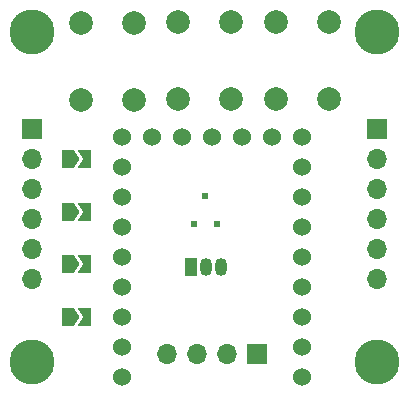
<source format=gbr>
%TF.GenerationSoftware,KiCad,Pcbnew,(6.0.7)*%
%TF.CreationDate,2022-09-06T06:54:50-05:00*%
%TF.ProjectId,OpenMuscle2,4f70656e-4d75-4736-936c-65322e6b6963,rev?*%
%TF.SameCoordinates,Original*%
%TF.FileFunction,Soldermask,Top*%
%TF.FilePolarity,Negative*%
%FSLAX46Y46*%
G04 Gerber Fmt 4.6, Leading zero omitted, Abs format (unit mm)*
G04 Created by KiCad (PCBNEW (6.0.7)) date 2022-09-06 06:54:50*
%MOMM*%
%LPD*%
G01*
G04 APERTURE LIST*
G04 Aperture macros list*
%AMFreePoly0*
4,1,6,1.000000,0.000000,0.500000,-0.750000,-0.500000,-0.750000,-0.500000,0.750000,0.500000,0.750000,1.000000,0.000000,1.000000,0.000000,$1*%
%AMFreePoly1*
4,1,6,0.500000,-0.750000,-0.650000,-0.750000,-0.150000,0.000000,-0.650000,0.750000,0.500000,0.750000,0.500000,-0.750000,0.500000,-0.750000,$1*%
G04 Aperture macros list end*
%ADD10FreePoly0,0.000000*%
%ADD11FreePoly1,0.000000*%
%ADD12R,1.700000X1.700000*%
%ADD13O,1.700000X1.700000*%
%ADD14R,0.620000X0.575000*%
%ADD15C,3.800000*%
%ADD16R,1.050000X1.500000*%
%ADD17O,1.050000X1.500000*%
%ADD18C,2.000000*%
%ADD19C,1.524000*%
G04 APERTURE END LIST*
D10*
%TO.C,ADC3*%
X178255000Y-85725000D03*
D11*
X179705000Y-85725000D03*
%TD*%
D12*
%TO.C,J3*%
X194310000Y-102235000D03*
D13*
X191770000Y-102235000D03*
X189230000Y-102235000D03*
X186690000Y-102235000D03*
%TD*%
D14*
%TO.C,H0*%
X188976000Y-91186000D03*
X190876000Y-91186000D03*
X189926000Y-88810000D03*
%TD*%
D15*
%TO.C,H4*%
X204470000Y-102870000D03*
%TD*%
D16*
%TO.C,U1*%
X188722000Y-94848000D03*
D17*
X189992000Y-94848000D03*
X191262000Y-94848000D03*
%TD*%
D15*
%TO.C,H2*%
X175260000Y-74930000D03*
%TD*%
%TO.C,H1*%
X204470000Y-74930000D03*
%TD*%
%TO.C,H3*%
X175260000Y-102870000D03*
%TD*%
D10*
%TO.C,ADC0*%
X178255000Y-99060000D03*
D11*
X179705000Y-99060000D03*
%TD*%
D10*
%TO.C,ADC2*%
X178255000Y-90170000D03*
D11*
X179705000Y-90170000D03*
%TD*%
D10*
%TO.C,ADC1*%
X178255000Y-94615000D03*
D11*
X179705000Y-94615000D03*
%TD*%
D12*
%TO.C,J2*%
X175260000Y-83185000D03*
D13*
X175260000Y-85725000D03*
X175260000Y-88265000D03*
X175260000Y-90805000D03*
X175260000Y-93345000D03*
X175260000Y-95885000D03*
%TD*%
D18*
%TO.C,SW2*%
X187615000Y-80645000D03*
X187615000Y-74145000D03*
X192115000Y-74145000D03*
X192115000Y-80645000D03*
%TD*%
%TO.C,SW3*%
X179360000Y-80720000D03*
X179360000Y-74220000D03*
X183860000Y-80720000D03*
X183860000Y-74220000D03*
%TD*%
%TO.C,SW1*%
X195870000Y-80645000D03*
X195870000Y-74145000D03*
X200370000Y-80645000D03*
X200370000Y-74145000D03*
%TD*%
D12*
%TO.C,J1*%
X204470000Y-83185000D03*
D13*
X204470000Y-85725000D03*
X204470000Y-88265000D03*
X204470000Y-90805000D03*
X204470000Y-93345000D03*
X204470000Y-95885000D03*
%TD*%
D19*
%TO.C,WSRP1*%
X198120000Y-104140000D03*
X198120000Y-101600000D03*
X198120000Y-99060000D03*
X198120000Y-96520000D03*
X198120000Y-93980000D03*
X198120000Y-91440000D03*
X198120000Y-88900000D03*
X198120000Y-86360000D03*
X198120000Y-83820000D03*
X195580000Y-83820000D03*
X193040000Y-83820000D03*
X190500000Y-83820000D03*
X187960000Y-83820000D03*
X185420000Y-83820000D03*
X182880000Y-83820000D03*
X182880000Y-86360000D03*
X182880000Y-88900000D03*
X182880000Y-91440000D03*
X182880000Y-93980000D03*
X182880000Y-96520000D03*
X182880000Y-99060000D03*
X182880000Y-101600000D03*
X182880000Y-104140000D03*
%TD*%
M02*

</source>
